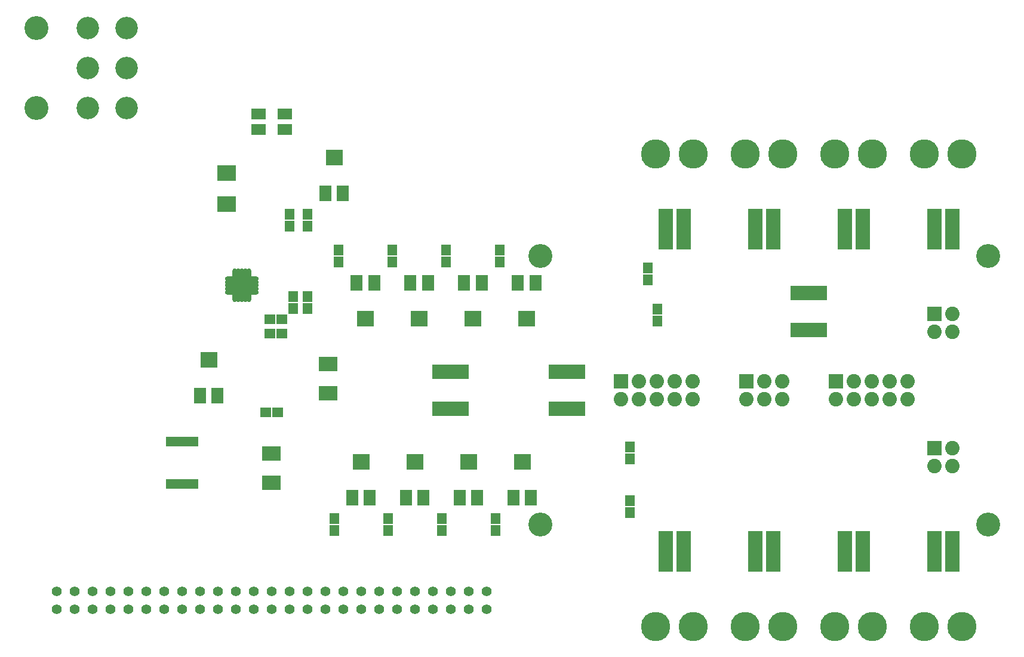
<source format=gts>
G04 (created by PCBNEW (2013-mar-13)-testing) date Fri 28 Mar 2014 08:54:37 PM PDT*
%MOIN*%
G04 Gerber Fmt 3.4, Leading zero omitted, Abs format*
%FSLAX34Y34*%
G01*
G70*
G90*
G04 APERTURE LIST*
%ADD10C,0.005906*%
%ADD11C,0.055748*%
%ADD12R,0.080709X0.080709*%
%ADD13C,0.080709*%
%ADD14C,0.133858*%
%ADD15R,0.080748X0.225748*%
%ADD16C,0.163748*%
%ADD17R,0.055118X0.059055*%
%ADD18R,0.059055X0.055118*%
%ADD19C,0.125984*%
%ADD20R,0.078740X0.064961*%
%ADD21R,0.025591X0.086614*%
%ADD22R,0.066929X0.090551*%
%ADD23R,0.094488X0.090551*%
%ADD24R,0.029921X0.078740*%
%ADD25O,0.055118X0.025591*%
%ADD26O,0.025591X0.055118*%
%ADD27R,0.090551X0.090551*%
%ADD28R,0.031496X0.082677*%
%ADD29R,0.029528X0.055118*%
G04 APERTURE END LIST*
G54D10*
G54D11*
X69500Y-55250D03*
X69500Y-54250D03*
X70500Y-55250D03*
X70500Y-54250D03*
X71500Y-55250D03*
X71500Y-54250D03*
X72500Y-55250D03*
X72500Y-54250D03*
X73500Y-55250D03*
X73500Y-54250D03*
X74500Y-55250D03*
X74500Y-54250D03*
X75500Y-55250D03*
X75500Y-54250D03*
X76500Y-55250D03*
X76500Y-54250D03*
X77500Y-55250D03*
X77500Y-54250D03*
X78500Y-55250D03*
X78500Y-54250D03*
X79500Y-55250D03*
X79500Y-54250D03*
X80500Y-55250D03*
X80500Y-54250D03*
X81500Y-55250D03*
X81500Y-54250D03*
X82500Y-55250D03*
X82500Y-54250D03*
X83500Y-55250D03*
X83500Y-54250D03*
X84500Y-55250D03*
X84500Y-54250D03*
X85500Y-55250D03*
X85500Y-54250D03*
X86500Y-55250D03*
X86500Y-54250D03*
X87500Y-55250D03*
X87500Y-54250D03*
X88500Y-55250D03*
X88500Y-54250D03*
X89500Y-55250D03*
X89500Y-54250D03*
X90500Y-55250D03*
X90500Y-54250D03*
X91500Y-55250D03*
X91500Y-54250D03*
X92500Y-55250D03*
X92500Y-54250D03*
X93500Y-55250D03*
X93500Y-54250D03*
G54D12*
X101000Y-42500D03*
G54D13*
X101000Y-43500D03*
X102000Y-42500D03*
X102000Y-43500D03*
X103000Y-42500D03*
X103000Y-43500D03*
X104000Y-42500D03*
X104000Y-43500D03*
X105000Y-42500D03*
X105000Y-43500D03*
G54D12*
X113000Y-42500D03*
G54D13*
X113000Y-43500D03*
X114000Y-42500D03*
X114000Y-43500D03*
X115000Y-42500D03*
X115000Y-43500D03*
X116000Y-42500D03*
X116000Y-43500D03*
X117000Y-42500D03*
X117000Y-43500D03*
G54D12*
X108000Y-42500D03*
G54D13*
X109000Y-42500D03*
X108000Y-43500D03*
X109000Y-43500D03*
X110000Y-42500D03*
X110000Y-43500D03*
G54D12*
X118500Y-38750D03*
G54D13*
X118500Y-39750D03*
X119500Y-38750D03*
X119500Y-39750D03*
G54D12*
X118500Y-46250D03*
G54D13*
X118500Y-47250D03*
X119500Y-46250D03*
X119500Y-47250D03*
G54D14*
X96500Y-35500D03*
X121500Y-50500D03*
X121500Y-35500D03*
X96500Y-50500D03*
G54D15*
X103500Y-34000D03*
X104500Y-34000D03*
G54D16*
X102950Y-29790D03*
X105050Y-29790D03*
G54D15*
X119500Y-52000D03*
X118500Y-52000D03*
G54D16*
X120050Y-56210D03*
X117950Y-56210D03*
G54D15*
X109500Y-52000D03*
X108500Y-52000D03*
G54D16*
X110050Y-56210D03*
X107950Y-56210D03*
G54D15*
X104500Y-52000D03*
X103500Y-52000D03*
G54D16*
X105050Y-56210D03*
X102950Y-56210D03*
G54D15*
X118500Y-34000D03*
X119500Y-34000D03*
G54D16*
X117950Y-29790D03*
X120050Y-29790D03*
G54D15*
X113500Y-34000D03*
X114500Y-34000D03*
G54D16*
X112950Y-29790D03*
X115050Y-29790D03*
G54D15*
X114500Y-52000D03*
X113500Y-52000D03*
G54D16*
X115050Y-56210D03*
X112950Y-56210D03*
G54D15*
X108500Y-34000D03*
X109500Y-34000D03*
G54D16*
X107950Y-29790D03*
X110050Y-29790D03*
G54D17*
X83500Y-33165D03*
X83500Y-33834D03*
G54D18*
X81415Y-39850D03*
X82084Y-39850D03*
G54D17*
X83500Y-37765D03*
X83500Y-38434D03*
X103050Y-39134D03*
X103050Y-38465D03*
X101500Y-46165D03*
X101500Y-46834D03*
X102500Y-36165D03*
X102500Y-36834D03*
X101500Y-49834D03*
X101500Y-49165D03*
X82500Y-33834D03*
X82500Y-33165D03*
G54D18*
X82084Y-39050D03*
X81415Y-39050D03*
G54D17*
X82700Y-38434D03*
X82700Y-37765D03*
G54D18*
X81834Y-44250D03*
X81165Y-44250D03*
G54D17*
X94000Y-50165D03*
X94000Y-50834D03*
X91000Y-50165D03*
X91000Y-50834D03*
X88000Y-50165D03*
X88000Y-50834D03*
X85000Y-50165D03*
X85000Y-50834D03*
X85250Y-35834D03*
X85250Y-35165D03*
X88250Y-35834D03*
X88250Y-35165D03*
X91250Y-35834D03*
X91250Y-35165D03*
X94250Y-35834D03*
X94250Y-35165D03*
G54D19*
X71250Y-27244D03*
X71250Y-25000D03*
X71250Y-22755D03*
X73415Y-27244D03*
X73415Y-25000D03*
X73415Y-22755D03*
G54D14*
X68375Y-27244D03*
X68375Y-22755D03*
G54D20*
X80771Y-27566D03*
X80771Y-28433D03*
X82228Y-27566D03*
X82228Y-28433D03*
G54D21*
X79393Y-30883D03*
X79196Y-30883D03*
X79000Y-30883D03*
X78803Y-30883D03*
X78606Y-30883D03*
X78606Y-32616D03*
X78803Y-32616D03*
X79000Y-32616D03*
X79196Y-32616D03*
X79393Y-32616D03*
G54D22*
X84507Y-32003D03*
X85492Y-32003D03*
G54D23*
X85000Y-29996D03*
G54D22*
X77507Y-43303D03*
X78492Y-43303D03*
G54D23*
X78000Y-41296D03*
G54D22*
X95007Y-49003D03*
X95992Y-49003D03*
G54D23*
X95500Y-46996D03*
G54D22*
X92007Y-49003D03*
X92992Y-49003D03*
G54D23*
X92500Y-46996D03*
G54D22*
X89007Y-49003D03*
X89992Y-49003D03*
G54D23*
X89500Y-46996D03*
G54D22*
X86007Y-49003D03*
X86992Y-49003D03*
G54D23*
X86500Y-46996D03*
G54D22*
X87242Y-36996D03*
X86257Y-36996D03*
G54D23*
X86750Y-39003D03*
G54D22*
X90242Y-36996D03*
X89257Y-36996D03*
G54D23*
X89750Y-39003D03*
G54D22*
X93242Y-36996D03*
X92257Y-36996D03*
G54D23*
X92750Y-39003D03*
G54D22*
X96242Y-36996D03*
X95257Y-36996D03*
G54D23*
X95750Y-39003D03*
G54D24*
X111625Y-39643D03*
X112125Y-39643D03*
X111875Y-39643D03*
X112375Y-39643D03*
X111375Y-39643D03*
X110875Y-39643D03*
X111125Y-39643D03*
X110625Y-39643D03*
X110625Y-37556D03*
X111125Y-37556D03*
X110875Y-37556D03*
X111375Y-37556D03*
X112375Y-37556D03*
X111875Y-37556D03*
X112125Y-37556D03*
X111625Y-37556D03*
X98125Y-44043D03*
X98625Y-44043D03*
X98375Y-44043D03*
X98875Y-44043D03*
X97875Y-44043D03*
X97375Y-44043D03*
X97625Y-44043D03*
X97125Y-44043D03*
X97125Y-41956D03*
X97625Y-41956D03*
X97375Y-41956D03*
X97875Y-41956D03*
X98875Y-41956D03*
X98375Y-41956D03*
X98625Y-41956D03*
X98125Y-41956D03*
X91625Y-44043D03*
X92125Y-44043D03*
X91875Y-44043D03*
X92375Y-44043D03*
X91375Y-44043D03*
X90875Y-44043D03*
X91125Y-44043D03*
X90625Y-44043D03*
X90625Y-41956D03*
X91125Y-41956D03*
X90875Y-41956D03*
X91375Y-41956D03*
X92375Y-41956D03*
X91875Y-41956D03*
X92125Y-41956D03*
X91625Y-41956D03*
G54D25*
X79180Y-37346D03*
X79180Y-37150D03*
X79180Y-36756D03*
X79180Y-36953D03*
X79180Y-37543D03*
X80519Y-36756D03*
X80519Y-37346D03*
X80519Y-37543D03*
X80519Y-37150D03*
X80519Y-36953D03*
G54D26*
X80046Y-37819D03*
X79850Y-37819D03*
X79456Y-37819D03*
X79653Y-37819D03*
X80243Y-37819D03*
X79456Y-36480D03*
X80046Y-36480D03*
X80243Y-36480D03*
X79850Y-36480D03*
X79653Y-36480D03*
G54D27*
X79850Y-37150D03*
G54D28*
X81372Y-46542D03*
X81116Y-46542D03*
X81627Y-46542D03*
X81883Y-46542D03*
X81883Y-48157D03*
X81627Y-48157D03*
X81116Y-48157D03*
X81372Y-48157D03*
X84777Y-43157D03*
X85033Y-43157D03*
X84522Y-43157D03*
X84266Y-43157D03*
X84266Y-41542D03*
X84522Y-41542D03*
X85033Y-41542D03*
X84777Y-41542D03*
G54D29*
X76500Y-45868D03*
X76755Y-45868D03*
X77267Y-45868D03*
X77011Y-45868D03*
X75988Y-45868D03*
X76244Y-45868D03*
X75732Y-45868D03*
X77267Y-48231D03*
X76755Y-48231D03*
X77011Y-48231D03*
X75988Y-48231D03*
X75732Y-48231D03*
X76244Y-48231D03*
X76500Y-48231D03*
M02*

</source>
